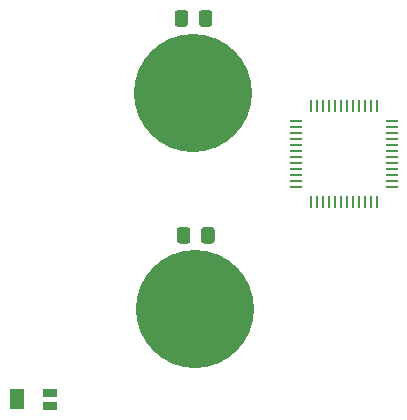
<source format=gbp>
G04 #@! TF.GenerationSoftware,KiCad,Pcbnew,5.1.7-a382d34a8~88~ubuntu18.04.1*
G04 #@! TF.CreationDate,2021-12-09T23:06:50+05:30*
G04 #@! TF.ProjectId,FrontEnd_switch_Normal_v2,46726f6e-7445-46e6-945f-737769746368,rev?*
G04 #@! TF.SameCoordinates,Original*
G04 #@! TF.FileFunction,Paste,Bot*
G04 #@! TF.FilePolarity,Positive*
%FSLAX46Y46*%
G04 Gerber Fmt 4.6, Leading zero omitted, Abs format (unit mm)*
G04 Created by KiCad (PCBNEW 5.1.7-a382d34a8~88~ubuntu18.04.1) date 2021-12-09 23:06:50*
%MOMM*%
%LPD*%
G01*
G04 APERTURE LIST*
%ADD10C,10.000000*%
%ADD11R,1.250000X0.740000*%
%ADD12R,1.250000X1.800000*%
%ADD13R,1.000000X0.230000*%
%ADD14R,0.230000X1.000000*%
G04 APERTURE END LIST*
G36*
G01*
X115220000Y-85839701D02*
X115220000Y-84939699D01*
G75*
G02*
X115469999Y-84689700I249999J0D01*
G01*
X116120001Y-84689700D01*
G75*
G02*
X116370000Y-84939699I0J-249999D01*
G01*
X116370000Y-85839701D01*
G75*
G02*
X116120001Y-86089700I-249999J0D01*
G01*
X115469999Y-86089700D01*
G75*
G02*
X115220000Y-85839701I0J249999D01*
G01*
G37*
G36*
G01*
X113170000Y-85839701D02*
X113170000Y-84939699D01*
G75*
G02*
X113419999Y-84689700I249999J0D01*
G01*
X114070001Y-84689700D01*
G75*
G02*
X114320000Y-84939699I0J-249999D01*
G01*
X114320000Y-85839701D01*
G75*
G02*
X114070001Y-86089700I-249999J0D01*
G01*
X113419999Y-86089700D01*
G75*
G02*
X113170000Y-85839701I0J249999D01*
G01*
G37*
G36*
G01*
X115405000Y-104204001D02*
X115405000Y-103303999D01*
G75*
G02*
X115654999Y-103054000I249999J0D01*
G01*
X116305001Y-103054000D01*
G75*
G02*
X116555000Y-103303999I0J-249999D01*
G01*
X116555000Y-104204001D01*
G75*
G02*
X116305001Y-104454000I-249999J0D01*
G01*
X115654999Y-104454000D01*
G75*
G02*
X115405000Y-104204001I0J249999D01*
G01*
G37*
G36*
G01*
X113355000Y-104204001D02*
X113355000Y-103303999D01*
G75*
G02*
X113604999Y-103054000I249999J0D01*
G01*
X114255001Y-103054000D01*
G75*
G02*
X114505000Y-103303999I0J-249999D01*
G01*
X114505000Y-104204001D01*
G75*
G02*
X114255001Y-104454000I-249999J0D01*
G01*
X113604999Y-104454000D01*
G75*
G02*
X113355000Y-104204001I0J249999D01*
G01*
G37*
D10*
X114717000Y-91686400D03*
D11*
X102584000Y-117113000D03*
D12*
X99834000Y-117643000D03*
D11*
X102584000Y-118173000D03*
D13*
X131559000Y-99133700D03*
D14*
X130289000Y-92783700D03*
X129781000Y-92783700D03*
X129273000Y-92783700D03*
X128765000Y-92783700D03*
X128257000Y-92783700D03*
X127749000Y-92783700D03*
X127241000Y-92783700D03*
X126733000Y-92783700D03*
X126225000Y-92783700D03*
X125717000Y-92783700D03*
X125209000Y-92783700D03*
X124701000Y-92783700D03*
D13*
X123431000Y-94053700D03*
X123431000Y-94561700D03*
X123431000Y-95577700D03*
X123431000Y-96085700D03*
X123431000Y-96593700D03*
X123431000Y-97101700D03*
X123431000Y-97609700D03*
X123431000Y-98117700D03*
X123431000Y-98625700D03*
X123431000Y-99133700D03*
X123431000Y-99641700D03*
D14*
X125209000Y-100911700D03*
X125717000Y-100911700D03*
X126225000Y-100911700D03*
X126733000Y-100911700D03*
X127241000Y-100911700D03*
X127749000Y-100911700D03*
X128257000Y-100911700D03*
X128765000Y-100911700D03*
X129273000Y-100911700D03*
X129781000Y-100911700D03*
X130289000Y-100911700D03*
D13*
X131559000Y-99641700D03*
X131559000Y-98625700D03*
X131559000Y-98117700D03*
X131559000Y-97609700D03*
X131559000Y-97101700D03*
X131559000Y-96593700D03*
X131559000Y-96085700D03*
X131559000Y-95577700D03*
X131559000Y-95069700D03*
X131559000Y-94561700D03*
X131559000Y-94053700D03*
D14*
X124701000Y-100911700D03*
D13*
X123431000Y-95069700D03*
D10*
X114930000Y-110023000D03*
M02*

</source>
